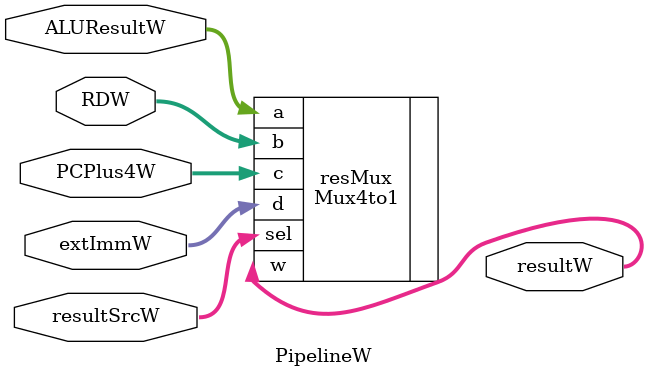
<source format=v>
module PipelineW (
    input [1:0] resultSrcW,
    input [31:0] ALUResultW,
    input [31:0] RDW,
    input [31:0] PCPlus4W,
    input [31:0] extImmW,
    output [31:0] resultW
);

    Mux4to1 resMux (
        .sel(resultSrcW),
        .a(ALUResultW),
        .b(RDW),
        .c(PCPlus4W),
        .d(extImmW),
        .w(resultW)
    );

endmodule

</source>
